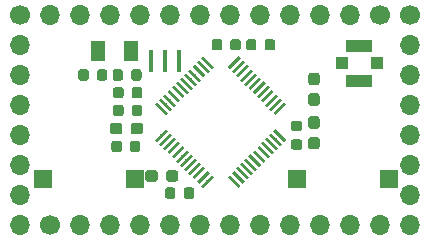
<source format=gbr>
G04 #@! TF.GenerationSoftware,KiCad,Pcbnew,5.0.0-rc2-unknown-a288d61~65~ubuntu18.04.1*
G04 #@! TF.CreationDate,2018-06-25T10:32:51+02:00*
G04 #@! TF.ProjectId,STM32_Sensor_V4,53544D33325F53656E736F725F56342E,rev?*
G04 #@! TF.SameCoordinates,Original*
G04 #@! TF.FileFunction,Soldermask,Top*
G04 #@! TF.FilePolarity,Negative*
%FSLAX46Y46*%
G04 Gerber Fmt 4.6, Leading zero omitted, Abs format (unit mm)*
G04 Created by KiCad (PCBNEW 5.0.0-rc2-unknown-a288d61~65~ubuntu18.04.1) date Mon Jun 25 10:32:51 2018*
%MOMM*%
%LPD*%
G01*
G04 APERTURE LIST*
%ADD10O,1.700000X1.700000*%
%ADD11C,1.700000*%
%ADD12R,1.500000X1.500000*%
%ADD13C,0.100000*%
%ADD14C,0.875000*%
%ADD15C,0.950000*%
%ADD16C,0.250000*%
%ADD17R,1.300000X1.800000*%
%ADD18R,2.200000X1.050000*%
%ADD19R,1.000000X1.000000*%
%ADD20R,0.400000X1.900000*%
G04 APERTURE END LIST*
D10*
G04 #@! TO.C,J1*
X128160000Y-109470000D03*
X128160000Y-106930000D03*
X128160000Y-104390000D03*
X128160000Y-101850000D03*
X128160000Y-99310000D03*
X128160000Y-96770000D03*
X128160000Y-94230000D03*
D11*
X128160000Y-91690000D03*
G04 #@! TD*
D10*
G04 #@! TO.C,J4*
X161180000Y-109470000D03*
X161180000Y-106930000D03*
X161180000Y-104390000D03*
X161180000Y-101850000D03*
X161180000Y-99310000D03*
X161180000Y-96770000D03*
X161180000Y-94230000D03*
D11*
X161180000Y-91690000D03*
G04 #@! TD*
G04 #@! TO.C,J2*
X130700000Y-109470000D03*
D10*
X133240000Y-109470000D03*
X135780000Y-109470000D03*
X138320000Y-109470000D03*
X140860000Y-109470000D03*
X143400000Y-109470000D03*
X145940000Y-109470000D03*
X148480000Y-109470000D03*
X151020000Y-109470000D03*
X153560000Y-109470000D03*
X156100000Y-109470000D03*
X158640000Y-109470000D03*
G04 #@! TD*
D11*
G04 #@! TO.C,J3*
X158640000Y-91690000D03*
D10*
X156100000Y-91690000D03*
X153560000Y-91690000D03*
X151020000Y-91690000D03*
X148480000Y-91690000D03*
X145940000Y-91690000D03*
X143400000Y-91690000D03*
X140860000Y-91690000D03*
X138320000Y-91690000D03*
X135780000Y-91690000D03*
X133240000Y-91690000D03*
X130700000Y-91690000D03*
G04 #@! TD*
D12*
G04 #@! TO.C,SW1*
X137840000Y-105600000D03*
X130040000Y-105600000D03*
G04 #@! TD*
D13*
G04 #@! TO.C,C1*
G36*
X136552691Y-102326053D02*
X136573926Y-102329203D01*
X136594750Y-102334419D01*
X136614962Y-102341651D01*
X136634368Y-102350830D01*
X136652781Y-102361866D01*
X136670024Y-102374654D01*
X136685930Y-102389070D01*
X136700346Y-102404976D01*
X136713134Y-102422219D01*
X136724170Y-102440632D01*
X136733349Y-102460038D01*
X136740581Y-102480250D01*
X136745797Y-102501074D01*
X136748947Y-102522309D01*
X136750000Y-102543750D01*
X136750000Y-103056250D01*
X136748947Y-103077691D01*
X136745797Y-103098926D01*
X136740581Y-103119750D01*
X136733349Y-103139962D01*
X136724170Y-103159368D01*
X136713134Y-103177781D01*
X136700346Y-103195024D01*
X136685930Y-103210930D01*
X136670024Y-103225346D01*
X136652781Y-103238134D01*
X136634368Y-103249170D01*
X136614962Y-103258349D01*
X136594750Y-103265581D01*
X136573926Y-103270797D01*
X136552691Y-103273947D01*
X136531250Y-103275000D01*
X136093750Y-103275000D01*
X136072309Y-103273947D01*
X136051074Y-103270797D01*
X136030250Y-103265581D01*
X136010038Y-103258349D01*
X135990632Y-103249170D01*
X135972219Y-103238134D01*
X135954976Y-103225346D01*
X135939070Y-103210930D01*
X135924654Y-103195024D01*
X135911866Y-103177781D01*
X135900830Y-103159368D01*
X135891651Y-103139962D01*
X135884419Y-103119750D01*
X135879203Y-103098926D01*
X135876053Y-103077691D01*
X135875000Y-103056250D01*
X135875000Y-102543750D01*
X135876053Y-102522309D01*
X135879203Y-102501074D01*
X135884419Y-102480250D01*
X135891651Y-102460038D01*
X135900830Y-102440632D01*
X135911866Y-102422219D01*
X135924654Y-102404976D01*
X135939070Y-102389070D01*
X135954976Y-102374654D01*
X135972219Y-102361866D01*
X135990632Y-102350830D01*
X136010038Y-102341651D01*
X136030250Y-102334419D01*
X136051074Y-102329203D01*
X136072309Y-102326053D01*
X136093750Y-102325000D01*
X136531250Y-102325000D01*
X136552691Y-102326053D01*
X136552691Y-102326053D01*
G37*
D14*
X136312500Y-102800000D03*
D13*
G36*
X138127691Y-102326053D02*
X138148926Y-102329203D01*
X138169750Y-102334419D01*
X138189962Y-102341651D01*
X138209368Y-102350830D01*
X138227781Y-102361866D01*
X138245024Y-102374654D01*
X138260930Y-102389070D01*
X138275346Y-102404976D01*
X138288134Y-102422219D01*
X138299170Y-102440632D01*
X138308349Y-102460038D01*
X138315581Y-102480250D01*
X138320797Y-102501074D01*
X138323947Y-102522309D01*
X138325000Y-102543750D01*
X138325000Y-103056250D01*
X138323947Y-103077691D01*
X138320797Y-103098926D01*
X138315581Y-103119750D01*
X138308349Y-103139962D01*
X138299170Y-103159368D01*
X138288134Y-103177781D01*
X138275346Y-103195024D01*
X138260930Y-103210930D01*
X138245024Y-103225346D01*
X138227781Y-103238134D01*
X138209368Y-103249170D01*
X138189962Y-103258349D01*
X138169750Y-103265581D01*
X138148926Y-103270797D01*
X138127691Y-103273947D01*
X138106250Y-103275000D01*
X137668750Y-103275000D01*
X137647309Y-103273947D01*
X137626074Y-103270797D01*
X137605250Y-103265581D01*
X137585038Y-103258349D01*
X137565632Y-103249170D01*
X137547219Y-103238134D01*
X137529976Y-103225346D01*
X137514070Y-103210930D01*
X137499654Y-103195024D01*
X137486866Y-103177781D01*
X137475830Y-103159368D01*
X137466651Y-103139962D01*
X137459419Y-103119750D01*
X137454203Y-103098926D01*
X137451053Y-103077691D01*
X137450000Y-103056250D01*
X137450000Y-102543750D01*
X137451053Y-102522309D01*
X137454203Y-102501074D01*
X137459419Y-102480250D01*
X137466651Y-102460038D01*
X137475830Y-102440632D01*
X137486866Y-102422219D01*
X137499654Y-102404976D01*
X137514070Y-102389070D01*
X137529976Y-102374654D01*
X137547219Y-102361866D01*
X137565632Y-102350830D01*
X137585038Y-102341651D01*
X137605250Y-102334419D01*
X137626074Y-102329203D01*
X137647309Y-102326053D01*
X137668750Y-102325000D01*
X138106250Y-102325000D01*
X138127691Y-102326053D01*
X138127691Y-102326053D01*
G37*
D14*
X137887500Y-102800000D03*
G04 #@! TD*
D13*
G04 #@! TO.C,C2*
G36*
X151827691Y-100626053D02*
X151848926Y-100629203D01*
X151869750Y-100634419D01*
X151889962Y-100641651D01*
X151909368Y-100650830D01*
X151927781Y-100661866D01*
X151945024Y-100674654D01*
X151960930Y-100689070D01*
X151975346Y-100704976D01*
X151988134Y-100722219D01*
X151999170Y-100740632D01*
X152008349Y-100760038D01*
X152015581Y-100780250D01*
X152020797Y-100801074D01*
X152023947Y-100822309D01*
X152025000Y-100843750D01*
X152025000Y-101281250D01*
X152023947Y-101302691D01*
X152020797Y-101323926D01*
X152015581Y-101344750D01*
X152008349Y-101364962D01*
X151999170Y-101384368D01*
X151988134Y-101402781D01*
X151975346Y-101420024D01*
X151960930Y-101435930D01*
X151945024Y-101450346D01*
X151927781Y-101463134D01*
X151909368Y-101474170D01*
X151889962Y-101483349D01*
X151869750Y-101490581D01*
X151848926Y-101495797D01*
X151827691Y-101498947D01*
X151806250Y-101500000D01*
X151293750Y-101500000D01*
X151272309Y-101498947D01*
X151251074Y-101495797D01*
X151230250Y-101490581D01*
X151210038Y-101483349D01*
X151190632Y-101474170D01*
X151172219Y-101463134D01*
X151154976Y-101450346D01*
X151139070Y-101435930D01*
X151124654Y-101420024D01*
X151111866Y-101402781D01*
X151100830Y-101384368D01*
X151091651Y-101364962D01*
X151084419Y-101344750D01*
X151079203Y-101323926D01*
X151076053Y-101302691D01*
X151075000Y-101281250D01*
X151075000Y-100843750D01*
X151076053Y-100822309D01*
X151079203Y-100801074D01*
X151084419Y-100780250D01*
X151091651Y-100760038D01*
X151100830Y-100740632D01*
X151111866Y-100722219D01*
X151124654Y-100704976D01*
X151139070Y-100689070D01*
X151154976Y-100674654D01*
X151172219Y-100661866D01*
X151190632Y-100650830D01*
X151210038Y-100641651D01*
X151230250Y-100634419D01*
X151251074Y-100629203D01*
X151272309Y-100626053D01*
X151293750Y-100625000D01*
X151806250Y-100625000D01*
X151827691Y-100626053D01*
X151827691Y-100626053D01*
G37*
D14*
X151550000Y-101062500D03*
D13*
G36*
X151827691Y-102201053D02*
X151848926Y-102204203D01*
X151869750Y-102209419D01*
X151889962Y-102216651D01*
X151909368Y-102225830D01*
X151927781Y-102236866D01*
X151945024Y-102249654D01*
X151960930Y-102264070D01*
X151975346Y-102279976D01*
X151988134Y-102297219D01*
X151999170Y-102315632D01*
X152008349Y-102335038D01*
X152015581Y-102355250D01*
X152020797Y-102376074D01*
X152023947Y-102397309D01*
X152025000Y-102418750D01*
X152025000Y-102856250D01*
X152023947Y-102877691D01*
X152020797Y-102898926D01*
X152015581Y-102919750D01*
X152008349Y-102939962D01*
X151999170Y-102959368D01*
X151988134Y-102977781D01*
X151975346Y-102995024D01*
X151960930Y-103010930D01*
X151945024Y-103025346D01*
X151927781Y-103038134D01*
X151909368Y-103049170D01*
X151889962Y-103058349D01*
X151869750Y-103065581D01*
X151848926Y-103070797D01*
X151827691Y-103073947D01*
X151806250Y-103075000D01*
X151293750Y-103075000D01*
X151272309Y-103073947D01*
X151251074Y-103070797D01*
X151230250Y-103065581D01*
X151210038Y-103058349D01*
X151190632Y-103049170D01*
X151172219Y-103038134D01*
X151154976Y-103025346D01*
X151139070Y-103010930D01*
X151124654Y-102995024D01*
X151111866Y-102977781D01*
X151100830Y-102959368D01*
X151091651Y-102939962D01*
X151084419Y-102919750D01*
X151079203Y-102898926D01*
X151076053Y-102877691D01*
X151075000Y-102856250D01*
X151075000Y-102418750D01*
X151076053Y-102397309D01*
X151079203Y-102376074D01*
X151084419Y-102355250D01*
X151091651Y-102335038D01*
X151100830Y-102315632D01*
X151111866Y-102297219D01*
X151124654Y-102279976D01*
X151139070Y-102264070D01*
X151154976Y-102249654D01*
X151172219Y-102236866D01*
X151190632Y-102225830D01*
X151210038Y-102216651D01*
X151230250Y-102209419D01*
X151251074Y-102204203D01*
X151272309Y-102201053D01*
X151293750Y-102200000D01*
X151806250Y-102200000D01*
X151827691Y-102201053D01*
X151827691Y-102201053D01*
G37*
D14*
X151550000Y-102637500D03*
G04 #@! TD*
D13*
G04 #@! TO.C,C3*
G36*
X147952691Y-93726053D02*
X147973926Y-93729203D01*
X147994750Y-93734419D01*
X148014962Y-93741651D01*
X148034368Y-93750830D01*
X148052781Y-93761866D01*
X148070024Y-93774654D01*
X148085930Y-93789070D01*
X148100346Y-93804976D01*
X148113134Y-93822219D01*
X148124170Y-93840632D01*
X148133349Y-93860038D01*
X148140581Y-93880250D01*
X148145797Y-93901074D01*
X148148947Y-93922309D01*
X148150000Y-93943750D01*
X148150000Y-94456250D01*
X148148947Y-94477691D01*
X148145797Y-94498926D01*
X148140581Y-94519750D01*
X148133349Y-94539962D01*
X148124170Y-94559368D01*
X148113134Y-94577781D01*
X148100346Y-94595024D01*
X148085930Y-94610930D01*
X148070024Y-94625346D01*
X148052781Y-94638134D01*
X148034368Y-94649170D01*
X148014962Y-94658349D01*
X147994750Y-94665581D01*
X147973926Y-94670797D01*
X147952691Y-94673947D01*
X147931250Y-94675000D01*
X147493750Y-94675000D01*
X147472309Y-94673947D01*
X147451074Y-94670797D01*
X147430250Y-94665581D01*
X147410038Y-94658349D01*
X147390632Y-94649170D01*
X147372219Y-94638134D01*
X147354976Y-94625346D01*
X147339070Y-94610930D01*
X147324654Y-94595024D01*
X147311866Y-94577781D01*
X147300830Y-94559368D01*
X147291651Y-94539962D01*
X147284419Y-94519750D01*
X147279203Y-94498926D01*
X147276053Y-94477691D01*
X147275000Y-94456250D01*
X147275000Y-93943750D01*
X147276053Y-93922309D01*
X147279203Y-93901074D01*
X147284419Y-93880250D01*
X147291651Y-93860038D01*
X147300830Y-93840632D01*
X147311866Y-93822219D01*
X147324654Y-93804976D01*
X147339070Y-93789070D01*
X147354976Y-93774654D01*
X147372219Y-93761866D01*
X147390632Y-93750830D01*
X147410038Y-93741651D01*
X147430250Y-93734419D01*
X147451074Y-93729203D01*
X147472309Y-93726053D01*
X147493750Y-93725000D01*
X147931250Y-93725000D01*
X147952691Y-93726053D01*
X147952691Y-93726053D01*
G37*
D14*
X147712500Y-94200000D03*
D13*
G36*
X149527691Y-93726053D02*
X149548926Y-93729203D01*
X149569750Y-93734419D01*
X149589962Y-93741651D01*
X149609368Y-93750830D01*
X149627781Y-93761866D01*
X149645024Y-93774654D01*
X149660930Y-93789070D01*
X149675346Y-93804976D01*
X149688134Y-93822219D01*
X149699170Y-93840632D01*
X149708349Y-93860038D01*
X149715581Y-93880250D01*
X149720797Y-93901074D01*
X149723947Y-93922309D01*
X149725000Y-93943750D01*
X149725000Y-94456250D01*
X149723947Y-94477691D01*
X149720797Y-94498926D01*
X149715581Y-94519750D01*
X149708349Y-94539962D01*
X149699170Y-94559368D01*
X149688134Y-94577781D01*
X149675346Y-94595024D01*
X149660930Y-94610930D01*
X149645024Y-94625346D01*
X149627781Y-94638134D01*
X149609368Y-94649170D01*
X149589962Y-94658349D01*
X149569750Y-94665581D01*
X149548926Y-94670797D01*
X149527691Y-94673947D01*
X149506250Y-94675000D01*
X149068750Y-94675000D01*
X149047309Y-94673947D01*
X149026074Y-94670797D01*
X149005250Y-94665581D01*
X148985038Y-94658349D01*
X148965632Y-94649170D01*
X148947219Y-94638134D01*
X148929976Y-94625346D01*
X148914070Y-94610930D01*
X148899654Y-94595024D01*
X148886866Y-94577781D01*
X148875830Y-94559368D01*
X148866651Y-94539962D01*
X148859419Y-94519750D01*
X148854203Y-94498926D01*
X148851053Y-94477691D01*
X148850000Y-94456250D01*
X148850000Y-93943750D01*
X148851053Y-93922309D01*
X148854203Y-93901074D01*
X148859419Y-93880250D01*
X148866651Y-93860038D01*
X148875830Y-93840632D01*
X148886866Y-93822219D01*
X148899654Y-93804976D01*
X148914070Y-93789070D01*
X148929976Y-93774654D01*
X148947219Y-93761866D01*
X148965632Y-93750830D01*
X148985038Y-93741651D01*
X149005250Y-93734419D01*
X149026074Y-93729203D01*
X149047309Y-93726053D01*
X149068750Y-93725000D01*
X149506250Y-93725000D01*
X149527691Y-93726053D01*
X149527691Y-93726053D01*
G37*
D14*
X149287500Y-94200000D03*
G04 #@! TD*
D13*
G04 #@! TO.C,C4*
G36*
X141102691Y-106276053D02*
X141123926Y-106279203D01*
X141144750Y-106284419D01*
X141164962Y-106291651D01*
X141184368Y-106300830D01*
X141202781Y-106311866D01*
X141220024Y-106324654D01*
X141235930Y-106339070D01*
X141250346Y-106354976D01*
X141263134Y-106372219D01*
X141274170Y-106390632D01*
X141283349Y-106410038D01*
X141290581Y-106430250D01*
X141295797Y-106451074D01*
X141298947Y-106472309D01*
X141300000Y-106493750D01*
X141300000Y-107006250D01*
X141298947Y-107027691D01*
X141295797Y-107048926D01*
X141290581Y-107069750D01*
X141283349Y-107089962D01*
X141274170Y-107109368D01*
X141263134Y-107127781D01*
X141250346Y-107145024D01*
X141235930Y-107160930D01*
X141220024Y-107175346D01*
X141202781Y-107188134D01*
X141184368Y-107199170D01*
X141164962Y-107208349D01*
X141144750Y-107215581D01*
X141123926Y-107220797D01*
X141102691Y-107223947D01*
X141081250Y-107225000D01*
X140643750Y-107225000D01*
X140622309Y-107223947D01*
X140601074Y-107220797D01*
X140580250Y-107215581D01*
X140560038Y-107208349D01*
X140540632Y-107199170D01*
X140522219Y-107188134D01*
X140504976Y-107175346D01*
X140489070Y-107160930D01*
X140474654Y-107145024D01*
X140461866Y-107127781D01*
X140450830Y-107109368D01*
X140441651Y-107089962D01*
X140434419Y-107069750D01*
X140429203Y-107048926D01*
X140426053Y-107027691D01*
X140425000Y-107006250D01*
X140425000Y-106493750D01*
X140426053Y-106472309D01*
X140429203Y-106451074D01*
X140434419Y-106430250D01*
X140441651Y-106410038D01*
X140450830Y-106390632D01*
X140461866Y-106372219D01*
X140474654Y-106354976D01*
X140489070Y-106339070D01*
X140504976Y-106324654D01*
X140522219Y-106311866D01*
X140540632Y-106300830D01*
X140560038Y-106291651D01*
X140580250Y-106284419D01*
X140601074Y-106279203D01*
X140622309Y-106276053D01*
X140643750Y-106275000D01*
X141081250Y-106275000D01*
X141102691Y-106276053D01*
X141102691Y-106276053D01*
G37*
D14*
X140862500Y-106750000D03*
D13*
G36*
X142677691Y-106276053D02*
X142698926Y-106279203D01*
X142719750Y-106284419D01*
X142739962Y-106291651D01*
X142759368Y-106300830D01*
X142777781Y-106311866D01*
X142795024Y-106324654D01*
X142810930Y-106339070D01*
X142825346Y-106354976D01*
X142838134Y-106372219D01*
X142849170Y-106390632D01*
X142858349Y-106410038D01*
X142865581Y-106430250D01*
X142870797Y-106451074D01*
X142873947Y-106472309D01*
X142875000Y-106493750D01*
X142875000Y-107006250D01*
X142873947Y-107027691D01*
X142870797Y-107048926D01*
X142865581Y-107069750D01*
X142858349Y-107089962D01*
X142849170Y-107109368D01*
X142838134Y-107127781D01*
X142825346Y-107145024D01*
X142810930Y-107160930D01*
X142795024Y-107175346D01*
X142777781Y-107188134D01*
X142759368Y-107199170D01*
X142739962Y-107208349D01*
X142719750Y-107215581D01*
X142698926Y-107220797D01*
X142677691Y-107223947D01*
X142656250Y-107225000D01*
X142218750Y-107225000D01*
X142197309Y-107223947D01*
X142176074Y-107220797D01*
X142155250Y-107215581D01*
X142135038Y-107208349D01*
X142115632Y-107199170D01*
X142097219Y-107188134D01*
X142079976Y-107175346D01*
X142064070Y-107160930D01*
X142049654Y-107145024D01*
X142036866Y-107127781D01*
X142025830Y-107109368D01*
X142016651Y-107089962D01*
X142009419Y-107069750D01*
X142004203Y-107048926D01*
X142001053Y-107027691D01*
X142000000Y-107006250D01*
X142000000Y-106493750D01*
X142001053Y-106472309D01*
X142004203Y-106451074D01*
X142009419Y-106430250D01*
X142016651Y-106410038D01*
X142025830Y-106390632D01*
X142036866Y-106372219D01*
X142049654Y-106354976D01*
X142064070Y-106339070D01*
X142079976Y-106324654D01*
X142097219Y-106311866D01*
X142115632Y-106300830D01*
X142135038Y-106291651D01*
X142155250Y-106284419D01*
X142176074Y-106279203D01*
X142197309Y-106276053D01*
X142218750Y-106275000D01*
X142656250Y-106275000D01*
X142677691Y-106276053D01*
X142677691Y-106276053D01*
G37*
D14*
X142437500Y-106750000D03*
G04 #@! TD*
D13*
G04 #@! TO.C,C5*
G36*
X138277691Y-99276053D02*
X138298926Y-99279203D01*
X138319750Y-99284419D01*
X138339962Y-99291651D01*
X138359368Y-99300830D01*
X138377781Y-99311866D01*
X138395024Y-99324654D01*
X138410930Y-99339070D01*
X138425346Y-99354976D01*
X138438134Y-99372219D01*
X138449170Y-99390632D01*
X138458349Y-99410038D01*
X138465581Y-99430250D01*
X138470797Y-99451074D01*
X138473947Y-99472309D01*
X138475000Y-99493750D01*
X138475000Y-100006250D01*
X138473947Y-100027691D01*
X138470797Y-100048926D01*
X138465581Y-100069750D01*
X138458349Y-100089962D01*
X138449170Y-100109368D01*
X138438134Y-100127781D01*
X138425346Y-100145024D01*
X138410930Y-100160930D01*
X138395024Y-100175346D01*
X138377781Y-100188134D01*
X138359368Y-100199170D01*
X138339962Y-100208349D01*
X138319750Y-100215581D01*
X138298926Y-100220797D01*
X138277691Y-100223947D01*
X138256250Y-100225000D01*
X137818750Y-100225000D01*
X137797309Y-100223947D01*
X137776074Y-100220797D01*
X137755250Y-100215581D01*
X137735038Y-100208349D01*
X137715632Y-100199170D01*
X137697219Y-100188134D01*
X137679976Y-100175346D01*
X137664070Y-100160930D01*
X137649654Y-100145024D01*
X137636866Y-100127781D01*
X137625830Y-100109368D01*
X137616651Y-100089962D01*
X137609419Y-100069750D01*
X137604203Y-100048926D01*
X137601053Y-100027691D01*
X137600000Y-100006250D01*
X137600000Y-99493750D01*
X137601053Y-99472309D01*
X137604203Y-99451074D01*
X137609419Y-99430250D01*
X137616651Y-99410038D01*
X137625830Y-99390632D01*
X137636866Y-99372219D01*
X137649654Y-99354976D01*
X137664070Y-99339070D01*
X137679976Y-99324654D01*
X137697219Y-99311866D01*
X137715632Y-99300830D01*
X137735038Y-99291651D01*
X137755250Y-99284419D01*
X137776074Y-99279203D01*
X137797309Y-99276053D01*
X137818750Y-99275000D01*
X138256250Y-99275000D01*
X138277691Y-99276053D01*
X138277691Y-99276053D01*
G37*
D14*
X138037500Y-99750000D03*
D13*
G36*
X136702691Y-99276053D02*
X136723926Y-99279203D01*
X136744750Y-99284419D01*
X136764962Y-99291651D01*
X136784368Y-99300830D01*
X136802781Y-99311866D01*
X136820024Y-99324654D01*
X136835930Y-99339070D01*
X136850346Y-99354976D01*
X136863134Y-99372219D01*
X136874170Y-99390632D01*
X136883349Y-99410038D01*
X136890581Y-99430250D01*
X136895797Y-99451074D01*
X136898947Y-99472309D01*
X136900000Y-99493750D01*
X136900000Y-100006250D01*
X136898947Y-100027691D01*
X136895797Y-100048926D01*
X136890581Y-100069750D01*
X136883349Y-100089962D01*
X136874170Y-100109368D01*
X136863134Y-100127781D01*
X136850346Y-100145024D01*
X136835930Y-100160930D01*
X136820024Y-100175346D01*
X136802781Y-100188134D01*
X136784368Y-100199170D01*
X136764962Y-100208349D01*
X136744750Y-100215581D01*
X136723926Y-100220797D01*
X136702691Y-100223947D01*
X136681250Y-100225000D01*
X136243750Y-100225000D01*
X136222309Y-100223947D01*
X136201074Y-100220797D01*
X136180250Y-100215581D01*
X136160038Y-100208349D01*
X136140632Y-100199170D01*
X136122219Y-100188134D01*
X136104976Y-100175346D01*
X136089070Y-100160930D01*
X136074654Y-100145024D01*
X136061866Y-100127781D01*
X136050830Y-100109368D01*
X136041651Y-100089962D01*
X136034419Y-100069750D01*
X136029203Y-100048926D01*
X136026053Y-100027691D01*
X136025000Y-100006250D01*
X136025000Y-99493750D01*
X136026053Y-99472309D01*
X136029203Y-99451074D01*
X136034419Y-99430250D01*
X136041651Y-99410038D01*
X136050830Y-99390632D01*
X136061866Y-99372219D01*
X136074654Y-99354976D01*
X136089070Y-99339070D01*
X136104976Y-99324654D01*
X136122219Y-99311866D01*
X136140632Y-99300830D01*
X136160038Y-99291651D01*
X136180250Y-99284419D01*
X136201074Y-99279203D01*
X136222309Y-99276053D01*
X136243750Y-99275000D01*
X136681250Y-99275000D01*
X136702691Y-99276053D01*
X136702691Y-99276053D01*
G37*
D14*
X136462500Y-99750000D03*
G04 #@! TD*
D13*
G04 #@! TO.C,C6*
G36*
X138277691Y-97776053D02*
X138298926Y-97779203D01*
X138319750Y-97784419D01*
X138339962Y-97791651D01*
X138359368Y-97800830D01*
X138377781Y-97811866D01*
X138395024Y-97824654D01*
X138410930Y-97839070D01*
X138425346Y-97854976D01*
X138438134Y-97872219D01*
X138449170Y-97890632D01*
X138458349Y-97910038D01*
X138465581Y-97930250D01*
X138470797Y-97951074D01*
X138473947Y-97972309D01*
X138475000Y-97993750D01*
X138475000Y-98506250D01*
X138473947Y-98527691D01*
X138470797Y-98548926D01*
X138465581Y-98569750D01*
X138458349Y-98589962D01*
X138449170Y-98609368D01*
X138438134Y-98627781D01*
X138425346Y-98645024D01*
X138410930Y-98660930D01*
X138395024Y-98675346D01*
X138377781Y-98688134D01*
X138359368Y-98699170D01*
X138339962Y-98708349D01*
X138319750Y-98715581D01*
X138298926Y-98720797D01*
X138277691Y-98723947D01*
X138256250Y-98725000D01*
X137818750Y-98725000D01*
X137797309Y-98723947D01*
X137776074Y-98720797D01*
X137755250Y-98715581D01*
X137735038Y-98708349D01*
X137715632Y-98699170D01*
X137697219Y-98688134D01*
X137679976Y-98675346D01*
X137664070Y-98660930D01*
X137649654Y-98645024D01*
X137636866Y-98627781D01*
X137625830Y-98609368D01*
X137616651Y-98589962D01*
X137609419Y-98569750D01*
X137604203Y-98548926D01*
X137601053Y-98527691D01*
X137600000Y-98506250D01*
X137600000Y-97993750D01*
X137601053Y-97972309D01*
X137604203Y-97951074D01*
X137609419Y-97930250D01*
X137616651Y-97910038D01*
X137625830Y-97890632D01*
X137636866Y-97872219D01*
X137649654Y-97854976D01*
X137664070Y-97839070D01*
X137679976Y-97824654D01*
X137697219Y-97811866D01*
X137715632Y-97800830D01*
X137735038Y-97791651D01*
X137755250Y-97784419D01*
X137776074Y-97779203D01*
X137797309Y-97776053D01*
X137818750Y-97775000D01*
X138256250Y-97775000D01*
X138277691Y-97776053D01*
X138277691Y-97776053D01*
G37*
D14*
X138037500Y-98250000D03*
D13*
G36*
X136702691Y-97776053D02*
X136723926Y-97779203D01*
X136744750Y-97784419D01*
X136764962Y-97791651D01*
X136784368Y-97800830D01*
X136802781Y-97811866D01*
X136820024Y-97824654D01*
X136835930Y-97839070D01*
X136850346Y-97854976D01*
X136863134Y-97872219D01*
X136874170Y-97890632D01*
X136883349Y-97910038D01*
X136890581Y-97930250D01*
X136895797Y-97951074D01*
X136898947Y-97972309D01*
X136900000Y-97993750D01*
X136900000Y-98506250D01*
X136898947Y-98527691D01*
X136895797Y-98548926D01*
X136890581Y-98569750D01*
X136883349Y-98589962D01*
X136874170Y-98609368D01*
X136863134Y-98627781D01*
X136850346Y-98645024D01*
X136835930Y-98660930D01*
X136820024Y-98675346D01*
X136802781Y-98688134D01*
X136784368Y-98699170D01*
X136764962Y-98708349D01*
X136744750Y-98715581D01*
X136723926Y-98720797D01*
X136702691Y-98723947D01*
X136681250Y-98725000D01*
X136243750Y-98725000D01*
X136222309Y-98723947D01*
X136201074Y-98720797D01*
X136180250Y-98715581D01*
X136160038Y-98708349D01*
X136140632Y-98699170D01*
X136122219Y-98688134D01*
X136104976Y-98675346D01*
X136089070Y-98660930D01*
X136074654Y-98645024D01*
X136061866Y-98627781D01*
X136050830Y-98609368D01*
X136041651Y-98589962D01*
X136034419Y-98569750D01*
X136029203Y-98548926D01*
X136026053Y-98527691D01*
X136025000Y-98506250D01*
X136025000Y-97993750D01*
X136026053Y-97972309D01*
X136029203Y-97951074D01*
X136034419Y-97930250D01*
X136041651Y-97910038D01*
X136050830Y-97890632D01*
X136061866Y-97872219D01*
X136074654Y-97854976D01*
X136089070Y-97839070D01*
X136104976Y-97824654D01*
X136122219Y-97811866D01*
X136140632Y-97800830D01*
X136160038Y-97791651D01*
X136180250Y-97784419D01*
X136201074Y-97779203D01*
X136222309Y-97776053D01*
X136243750Y-97775000D01*
X136681250Y-97775000D01*
X136702691Y-97776053D01*
X136702691Y-97776053D01*
G37*
D14*
X136462500Y-98250000D03*
G04 #@! TD*
D13*
G04 #@! TO.C,C7*
G36*
X145052691Y-93726053D02*
X145073926Y-93729203D01*
X145094750Y-93734419D01*
X145114962Y-93741651D01*
X145134368Y-93750830D01*
X145152781Y-93761866D01*
X145170024Y-93774654D01*
X145185930Y-93789070D01*
X145200346Y-93804976D01*
X145213134Y-93822219D01*
X145224170Y-93840632D01*
X145233349Y-93860038D01*
X145240581Y-93880250D01*
X145245797Y-93901074D01*
X145248947Y-93922309D01*
X145250000Y-93943750D01*
X145250000Y-94456250D01*
X145248947Y-94477691D01*
X145245797Y-94498926D01*
X145240581Y-94519750D01*
X145233349Y-94539962D01*
X145224170Y-94559368D01*
X145213134Y-94577781D01*
X145200346Y-94595024D01*
X145185930Y-94610930D01*
X145170024Y-94625346D01*
X145152781Y-94638134D01*
X145134368Y-94649170D01*
X145114962Y-94658349D01*
X145094750Y-94665581D01*
X145073926Y-94670797D01*
X145052691Y-94673947D01*
X145031250Y-94675000D01*
X144593750Y-94675000D01*
X144572309Y-94673947D01*
X144551074Y-94670797D01*
X144530250Y-94665581D01*
X144510038Y-94658349D01*
X144490632Y-94649170D01*
X144472219Y-94638134D01*
X144454976Y-94625346D01*
X144439070Y-94610930D01*
X144424654Y-94595024D01*
X144411866Y-94577781D01*
X144400830Y-94559368D01*
X144391651Y-94539962D01*
X144384419Y-94519750D01*
X144379203Y-94498926D01*
X144376053Y-94477691D01*
X144375000Y-94456250D01*
X144375000Y-93943750D01*
X144376053Y-93922309D01*
X144379203Y-93901074D01*
X144384419Y-93880250D01*
X144391651Y-93860038D01*
X144400830Y-93840632D01*
X144411866Y-93822219D01*
X144424654Y-93804976D01*
X144439070Y-93789070D01*
X144454976Y-93774654D01*
X144472219Y-93761866D01*
X144490632Y-93750830D01*
X144510038Y-93741651D01*
X144530250Y-93734419D01*
X144551074Y-93729203D01*
X144572309Y-93726053D01*
X144593750Y-93725000D01*
X145031250Y-93725000D01*
X145052691Y-93726053D01*
X145052691Y-93726053D01*
G37*
D14*
X144812500Y-94200000D03*
D13*
G36*
X146627691Y-93726053D02*
X146648926Y-93729203D01*
X146669750Y-93734419D01*
X146689962Y-93741651D01*
X146709368Y-93750830D01*
X146727781Y-93761866D01*
X146745024Y-93774654D01*
X146760930Y-93789070D01*
X146775346Y-93804976D01*
X146788134Y-93822219D01*
X146799170Y-93840632D01*
X146808349Y-93860038D01*
X146815581Y-93880250D01*
X146820797Y-93901074D01*
X146823947Y-93922309D01*
X146825000Y-93943750D01*
X146825000Y-94456250D01*
X146823947Y-94477691D01*
X146820797Y-94498926D01*
X146815581Y-94519750D01*
X146808349Y-94539962D01*
X146799170Y-94559368D01*
X146788134Y-94577781D01*
X146775346Y-94595024D01*
X146760930Y-94610930D01*
X146745024Y-94625346D01*
X146727781Y-94638134D01*
X146709368Y-94649170D01*
X146689962Y-94658349D01*
X146669750Y-94665581D01*
X146648926Y-94670797D01*
X146627691Y-94673947D01*
X146606250Y-94675000D01*
X146168750Y-94675000D01*
X146147309Y-94673947D01*
X146126074Y-94670797D01*
X146105250Y-94665581D01*
X146085038Y-94658349D01*
X146065632Y-94649170D01*
X146047219Y-94638134D01*
X146029976Y-94625346D01*
X146014070Y-94610930D01*
X145999654Y-94595024D01*
X145986866Y-94577781D01*
X145975830Y-94559368D01*
X145966651Y-94539962D01*
X145959419Y-94519750D01*
X145954203Y-94498926D01*
X145951053Y-94477691D01*
X145950000Y-94456250D01*
X145950000Y-93943750D01*
X145951053Y-93922309D01*
X145954203Y-93901074D01*
X145959419Y-93880250D01*
X145966651Y-93860038D01*
X145975830Y-93840632D01*
X145986866Y-93822219D01*
X145999654Y-93804976D01*
X146014070Y-93789070D01*
X146029976Y-93774654D01*
X146047219Y-93761866D01*
X146065632Y-93750830D01*
X146085038Y-93741651D01*
X146105250Y-93734419D01*
X146126074Y-93729203D01*
X146147309Y-93726053D01*
X146168750Y-93725000D01*
X146606250Y-93725000D01*
X146627691Y-93726053D01*
X146627691Y-93726053D01*
G37*
D14*
X146387500Y-94200000D03*
G04 #@! TD*
D13*
G04 #@! TO.C,C8*
G36*
X133752691Y-96276053D02*
X133773926Y-96279203D01*
X133794750Y-96284419D01*
X133814962Y-96291651D01*
X133834368Y-96300830D01*
X133852781Y-96311866D01*
X133870024Y-96324654D01*
X133885930Y-96339070D01*
X133900346Y-96354976D01*
X133913134Y-96372219D01*
X133924170Y-96390632D01*
X133933349Y-96410038D01*
X133940581Y-96430250D01*
X133945797Y-96451074D01*
X133948947Y-96472309D01*
X133950000Y-96493750D01*
X133950000Y-97006250D01*
X133948947Y-97027691D01*
X133945797Y-97048926D01*
X133940581Y-97069750D01*
X133933349Y-97089962D01*
X133924170Y-97109368D01*
X133913134Y-97127781D01*
X133900346Y-97145024D01*
X133885930Y-97160930D01*
X133870024Y-97175346D01*
X133852781Y-97188134D01*
X133834368Y-97199170D01*
X133814962Y-97208349D01*
X133794750Y-97215581D01*
X133773926Y-97220797D01*
X133752691Y-97223947D01*
X133731250Y-97225000D01*
X133293750Y-97225000D01*
X133272309Y-97223947D01*
X133251074Y-97220797D01*
X133230250Y-97215581D01*
X133210038Y-97208349D01*
X133190632Y-97199170D01*
X133172219Y-97188134D01*
X133154976Y-97175346D01*
X133139070Y-97160930D01*
X133124654Y-97145024D01*
X133111866Y-97127781D01*
X133100830Y-97109368D01*
X133091651Y-97089962D01*
X133084419Y-97069750D01*
X133079203Y-97048926D01*
X133076053Y-97027691D01*
X133075000Y-97006250D01*
X133075000Y-96493750D01*
X133076053Y-96472309D01*
X133079203Y-96451074D01*
X133084419Y-96430250D01*
X133091651Y-96410038D01*
X133100830Y-96390632D01*
X133111866Y-96372219D01*
X133124654Y-96354976D01*
X133139070Y-96339070D01*
X133154976Y-96324654D01*
X133172219Y-96311866D01*
X133190632Y-96300830D01*
X133210038Y-96291651D01*
X133230250Y-96284419D01*
X133251074Y-96279203D01*
X133272309Y-96276053D01*
X133293750Y-96275000D01*
X133731250Y-96275000D01*
X133752691Y-96276053D01*
X133752691Y-96276053D01*
G37*
D14*
X133512500Y-96750000D03*
D13*
G36*
X135327691Y-96276053D02*
X135348926Y-96279203D01*
X135369750Y-96284419D01*
X135389962Y-96291651D01*
X135409368Y-96300830D01*
X135427781Y-96311866D01*
X135445024Y-96324654D01*
X135460930Y-96339070D01*
X135475346Y-96354976D01*
X135488134Y-96372219D01*
X135499170Y-96390632D01*
X135508349Y-96410038D01*
X135515581Y-96430250D01*
X135520797Y-96451074D01*
X135523947Y-96472309D01*
X135525000Y-96493750D01*
X135525000Y-97006250D01*
X135523947Y-97027691D01*
X135520797Y-97048926D01*
X135515581Y-97069750D01*
X135508349Y-97089962D01*
X135499170Y-97109368D01*
X135488134Y-97127781D01*
X135475346Y-97145024D01*
X135460930Y-97160930D01*
X135445024Y-97175346D01*
X135427781Y-97188134D01*
X135409368Y-97199170D01*
X135389962Y-97208349D01*
X135369750Y-97215581D01*
X135348926Y-97220797D01*
X135327691Y-97223947D01*
X135306250Y-97225000D01*
X134868750Y-97225000D01*
X134847309Y-97223947D01*
X134826074Y-97220797D01*
X134805250Y-97215581D01*
X134785038Y-97208349D01*
X134765632Y-97199170D01*
X134747219Y-97188134D01*
X134729976Y-97175346D01*
X134714070Y-97160930D01*
X134699654Y-97145024D01*
X134686866Y-97127781D01*
X134675830Y-97109368D01*
X134666651Y-97089962D01*
X134659419Y-97069750D01*
X134654203Y-97048926D01*
X134651053Y-97027691D01*
X134650000Y-97006250D01*
X134650000Y-96493750D01*
X134651053Y-96472309D01*
X134654203Y-96451074D01*
X134659419Y-96430250D01*
X134666651Y-96410038D01*
X134675830Y-96390632D01*
X134686866Y-96372219D01*
X134699654Y-96354976D01*
X134714070Y-96339070D01*
X134729976Y-96324654D01*
X134747219Y-96311866D01*
X134765632Y-96300830D01*
X134785038Y-96291651D01*
X134805250Y-96284419D01*
X134826074Y-96279203D01*
X134847309Y-96276053D01*
X134868750Y-96275000D01*
X135306250Y-96275000D01*
X135327691Y-96276053D01*
X135327691Y-96276053D01*
G37*
D14*
X135087500Y-96750000D03*
G04 #@! TD*
D13*
G04 #@! TO.C,C9*
G36*
X136652691Y-96276053D02*
X136673926Y-96279203D01*
X136694750Y-96284419D01*
X136714962Y-96291651D01*
X136734368Y-96300830D01*
X136752781Y-96311866D01*
X136770024Y-96324654D01*
X136785930Y-96339070D01*
X136800346Y-96354976D01*
X136813134Y-96372219D01*
X136824170Y-96390632D01*
X136833349Y-96410038D01*
X136840581Y-96430250D01*
X136845797Y-96451074D01*
X136848947Y-96472309D01*
X136850000Y-96493750D01*
X136850000Y-97006250D01*
X136848947Y-97027691D01*
X136845797Y-97048926D01*
X136840581Y-97069750D01*
X136833349Y-97089962D01*
X136824170Y-97109368D01*
X136813134Y-97127781D01*
X136800346Y-97145024D01*
X136785930Y-97160930D01*
X136770024Y-97175346D01*
X136752781Y-97188134D01*
X136734368Y-97199170D01*
X136714962Y-97208349D01*
X136694750Y-97215581D01*
X136673926Y-97220797D01*
X136652691Y-97223947D01*
X136631250Y-97225000D01*
X136193750Y-97225000D01*
X136172309Y-97223947D01*
X136151074Y-97220797D01*
X136130250Y-97215581D01*
X136110038Y-97208349D01*
X136090632Y-97199170D01*
X136072219Y-97188134D01*
X136054976Y-97175346D01*
X136039070Y-97160930D01*
X136024654Y-97145024D01*
X136011866Y-97127781D01*
X136000830Y-97109368D01*
X135991651Y-97089962D01*
X135984419Y-97069750D01*
X135979203Y-97048926D01*
X135976053Y-97027691D01*
X135975000Y-97006250D01*
X135975000Y-96493750D01*
X135976053Y-96472309D01*
X135979203Y-96451074D01*
X135984419Y-96430250D01*
X135991651Y-96410038D01*
X136000830Y-96390632D01*
X136011866Y-96372219D01*
X136024654Y-96354976D01*
X136039070Y-96339070D01*
X136054976Y-96324654D01*
X136072219Y-96311866D01*
X136090632Y-96300830D01*
X136110038Y-96291651D01*
X136130250Y-96284419D01*
X136151074Y-96279203D01*
X136172309Y-96276053D01*
X136193750Y-96275000D01*
X136631250Y-96275000D01*
X136652691Y-96276053D01*
X136652691Y-96276053D01*
G37*
D14*
X136412500Y-96750000D03*
D13*
G36*
X138227691Y-96276053D02*
X138248926Y-96279203D01*
X138269750Y-96284419D01*
X138289962Y-96291651D01*
X138309368Y-96300830D01*
X138327781Y-96311866D01*
X138345024Y-96324654D01*
X138360930Y-96339070D01*
X138375346Y-96354976D01*
X138388134Y-96372219D01*
X138399170Y-96390632D01*
X138408349Y-96410038D01*
X138415581Y-96430250D01*
X138420797Y-96451074D01*
X138423947Y-96472309D01*
X138425000Y-96493750D01*
X138425000Y-97006250D01*
X138423947Y-97027691D01*
X138420797Y-97048926D01*
X138415581Y-97069750D01*
X138408349Y-97089962D01*
X138399170Y-97109368D01*
X138388134Y-97127781D01*
X138375346Y-97145024D01*
X138360930Y-97160930D01*
X138345024Y-97175346D01*
X138327781Y-97188134D01*
X138309368Y-97199170D01*
X138289962Y-97208349D01*
X138269750Y-97215581D01*
X138248926Y-97220797D01*
X138227691Y-97223947D01*
X138206250Y-97225000D01*
X137768750Y-97225000D01*
X137747309Y-97223947D01*
X137726074Y-97220797D01*
X137705250Y-97215581D01*
X137685038Y-97208349D01*
X137665632Y-97199170D01*
X137647219Y-97188134D01*
X137629976Y-97175346D01*
X137614070Y-97160930D01*
X137599654Y-97145024D01*
X137586866Y-97127781D01*
X137575830Y-97109368D01*
X137566651Y-97089962D01*
X137559419Y-97069750D01*
X137554203Y-97048926D01*
X137551053Y-97027691D01*
X137550000Y-97006250D01*
X137550000Y-96493750D01*
X137551053Y-96472309D01*
X137554203Y-96451074D01*
X137559419Y-96430250D01*
X137566651Y-96410038D01*
X137575830Y-96390632D01*
X137586866Y-96372219D01*
X137599654Y-96354976D01*
X137614070Y-96339070D01*
X137629976Y-96324654D01*
X137647219Y-96311866D01*
X137665632Y-96300830D01*
X137685038Y-96291651D01*
X137705250Y-96284419D01*
X137726074Y-96279203D01*
X137747309Y-96276053D01*
X137768750Y-96275000D01*
X138206250Y-96275000D01*
X138227691Y-96276053D01*
X138227691Y-96276053D01*
G37*
D14*
X137987500Y-96750000D03*
G04 #@! TD*
D13*
G04 #@! TO.C,R1*
G36*
X138335779Y-100826144D02*
X138358834Y-100829563D01*
X138381443Y-100835227D01*
X138403387Y-100843079D01*
X138424457Y-100853044D01*
X138444448Y-100865026D01*
X138463168Y-100878910D01*
X138480438Y-100894562D01*
X138496090Y-100911832D01*
X138509974Y-100930552D01*
X138521956Y-100950543D01*
X138531921Y-100971613D01*
X138539773Y-100993557D01*
X138545437Y-101016166D01*
X138548856Y-101039221D01*
X138550000Y-101062500D01*
X138550000Y-101537500D01*
X138548856Y-101560779D01*
X138545437Y-101583834D01*
X138539773Y-101606443D01*
X138531921Y-101628387D01*
X138521956Y-101649457D01*
X138509974Y-101669448D01*
X138496090Y-101688168D01*
X138480438Y-101705438D01*
X138463168Y-101721090D01*
X138444448Y-101734974D01*
X138424457Y-101746956D01*
X138403387Y-101756921D01*
X138381443Y-101764773D01*
X138358834Y-101770437D01*
X138335779Y-101773856D01*
X138312500Y-101775000D01*
X137737500Y-101775000D01*
X137714221Y-101773856D01*
X137691166Y-101770437D01*
X137668557Y-101764773D01*
X137646613Y-101756921D01*
X137625543Y-101746956D01*
X137605552Y-101734974D01*
X137586832Y-101721090D01*
X137569562Y-101705438D01*
X137553910Y-101688168D01*
X137540026Y-101669448D01*
X137528044Y-101649457D01*
X137518079Y-101628387D01*
X137510227Y-101606443D01*
X137504563Y-101583834D01*
X137501144Y-101560779D01*
X137500000Y-101537500D01*
X137500000Y-101062500D01*
X137501144Y-101039221D01*
X137504563Y-101016166D01*
X137510227Y-100993557D01*
X137518079Y-100971613D01*
X137528044Y-100950543D01*
X137540026Y-100930552D01*
X137553910Y-100911832D01*
X137569562Y-100894562D01*
X137586832Y-100878910D01*
X137605552Y-100865026D01*
X137625543Y-100853044D01*
X137646613Y-100843079D01*
X137668557Y-100835227D01*
X137691166Y-100829563D01*
X137714221Y-100826144D01*
X137737500Y-100825000D01*
X138312500Y-100825000D01*
X138335779Y-100826144D01*
X138335779Y-100826144D01*
G37*
D15*
X138025000Y-101300000D03*
D13*
G36*
X136585779Y-100826144D02*
X136608834Y-100829563D01*
X136631443Y-100835227D01*
X136653387Y-100843079D01*
X136674457Y-100853044D01*
X136694448Y-100865026D01*
X136713168Y-100878910D01*
X136730438Y-100894562D01*
X136746090Y-100911832D01*
X136759974Y-100930552D01*
X136771956Y-100950543D01*
X136781921Y-100971613D01*
X136789773Y-100993557D01*
X136795437Y-101016166D01*
X136798856Y-101039221D01*
X136800000Y-101062500D01*
X136800000Y-101537500D01*
X136798856Y-101560779D01*
X136795437Y-101583834D01*
X136789773Y-101606443D01*
X136781921Y-101628387D01*
X136771956Y-101649457D01*
X136759974Y-101669448D01*
X136746090Y-101688168D01*
X136730438Y-101705438D01*
X136713168Y-101721090D01*
X136694448Y-101734974D01*
X136674457Y-101746956D01*
X136653387Y-101756921D01*
X136631443Y-101764773D01*
X136608834Y-101770437D01*
X136585779Y-101773856D01*
X136562500Y-101775000D01*
X135987500Y-101775000D01*
X135964221Y-101773856D01*
X135941166Y-101770437D01*
X135918557Y-101764773D01*
X135896613Y-101756921D01*
X135875543Y-101746956D01*
X135855552Y-101734974D01*
X135836832Y-101721090D01*
X135819562Y-101705438D01*
X135803910Y-101688168D01*
X135790026Y-101669448D01*
X135778044Y-101649457D01*
X135768079Y-101628387D01*
X135760227Y-101606443D01*
X135754563Y-101583834D01*
X135751144Y-101560779D01*
X135750000Y-101537500D01*
X135750000Y-101062500D01*
X135751144Y-101039221D01*
X135754563Y-101016166D01*
X135760227Y-100993557D01*
X135768079Y-100971613D01*
X135778044Y-100950543D01*
X135790026Y-100930552D01*
X135803910Y-100911832D01*
X135819562Y-100894562D01*
X135836832Y-100878910D01*
X135855552Y-100865026D01*
X135875543Y-100853044D01*
X135896613Y-100843079D01*
X135918557Y-100835227D01*
X135941166Y-100829563D01*
X135964221Y-100826144D01*
X135987500Y-100825000D01*
X136562500Y-100825000D01*
X136585779Y-100826144D01*
X136585779Y-100826144D01*
G37*
D15*
X136275000Y-101300000D03*
G04 #@! TD*
D13*
G04 #@! TO.C,R2*
G36*
X153285779Y-100251144D02*
X153308834Y-100254563D01*
X153331443Y-100260227D01*
X153353387Y-100268079D01*
X153374457Y-100278044D01*
X153394448Y-100290026D01*
X153413168Y-100303910D01*
X153430438Y-100319562D01*
X153446090Y-100336832D01*
X153459974Y-100355552D01*
X153471956Y-100375543D01*
X153481921Y-100396613D01*
X153489773Y-100418557D01*
X153495437Y-100441166D01*
X153498856Y-100464221D01*
X153500000Y-100487500D01*
X153500000Y-101062500D01*
X153498856Y-101085779D01*
X153495437Y-101108834D01*
X153489773Y-101131443D01*
X153481921Y-101153387D01*
X153471956Y-101174457D01*
X153459974Y-101194448D01*
X153446090Y-101213168D01*
X153430438Y-101230438D01*
X153413168Y-101246090D01*
X153394448Y-101259974D01*
X153374457Y-101271956D01*
X153353387Y-101281921D01*
X153331443Y-101289773D01*
X153308834Y-101295437D01*
X153285779Y-101298856D01*
X153262500Y-101300000D01*
X152787500Y-101300000D01*
X152764221Y-101298856D01*
X152741166Y-101295437D01*
X152718557Y-101289773D01*
X152696613Y-101281921D01*
X152675543Y-101271956D01*
X152655552Y-101259974D01*
X152636832Y-101246090D01*
X152619562Y-101230438D01*
X152603910Y-101213168D01*
X152590026Y-101194448D01*
X152578044Y-101174457D01*
X152568079Y-101153387D01*
X152560227Y-101131443D01*
X152554563Y-101108834D01*
X152551144Y-101085779D01*
X152550000Y-101062500D01*
X152550000Y-100487500D01*
X152551144Y-100464221D01*
X152554563Y-100441166D01*
X152560227Y-100418557D01*
X152568079Y-100396613D01*
X152578044Y-100375543D01*
X152590026Y-100355552D01*
X152603910Y-100336832D01*
X152619562Y-100319562D01*
X152636832Y-100303910D01*
X152655552Y-100290026D01*
X152675543Y-100278044D01*
X152696613Y-100268079D01*
X152718557Y-100260227D01*
X152741166Y-100254563D01*
X152764221Y-100251144D01*
X152787500Y-100250000D01*
X153262500Y-100250000D01*
X153285779Y-100251144D01*
X153285779Y-100251144D01*
G37*
D15*
X153025000Y-100775000D03*
D13*
G36*
X153285779Y-102001144D02*
X153308834Y-102004563D01*
X153331443Y-102010227D01*
X153353387Y-102018079D01*
X153374457Y-102028044D01*
X153394448Y-102040026D01*
X153413168Y-102053910D01*
X153430438Y-102069562D01*
X153446090Y-102086832D01*
X153459974Y-102105552D01*
X153471956Y-102125543D01*
X153481921Y-102146613D01*
X153489773Y-102168557D01*
X153495437Y-102191166D01*
X153498856Y-102214221D01*
X153500000Y-102237500D01*
X153500000Y-102812500D01*
X153498856Y-102835779D01*
X153495437Y-102858834D01*
X153489773Y-102881443D01*
X153481921Y-102903387D01*
X153471956Y-102924457D01*
X153459974Y-102944448D01*
X153446090Y-102963168D01*
X153430438Y-102980438D01*
X153413168Y-102996090D01*
X153394448Y-103009974D01*
X153374457Y-103021956D01*
X153353387Y-103031921D01*
X153331443Y-103039773D01*
X153308834Y-103045437D01*
X153285779Y-103048856D01*
X153262500Y-103050000D01*
X152787500Y-103050000D01*
X152764221Y-103048856D01*
X152741166Y-103045437D01*
X152718557Y-103039773D01*
X152696613Y-103031921D01*
X152675543Y-103021956D01*
X152655552Y-103009974D01*
X152636832Y-102996090D01*
X152619562Y-102980438D01*
X152603910Y-102963168D01*
X152590026Y-102944448D01*
X152578044Y-102924457D01*
X152568079Y-102903387D01*
X152560227Y-102881443D01*
X152554563Y-102858834D01*
X152551144Y-102835779D01*
X152550000Y-102812500D01*
X152550000Y-102237500D01*
X152551144Y-102214221D01*
X152554563Y-102191166D01*
X152560227Y-102168557D01*
X152568079Y-102146613D01*
X152578044Y-102125543D01*
X152590026Y-102105552D01*
X152603910Y-102086832D01*
X152619562Y-102069562D01*
X152636832Y-102053910D01*
X152655552Y-102040026D01*
X152675543Y-102028044D01*
X152696613Y-102018079D01*
X152718557Y-102010227D01*
X152741166Y-102004563D01*
X152764221Y-102001144D01*
X152787500Y-102000000D01*
X153262500Y-102000000D01*
X153285779Y-102001144D01*
X153285779Y-102001144D01*
G37*
D15*
X153025000Y-102525000D03*
G04 #@! TD*
D13*
G04 #@! TO.C,R3*
G36*
X153285779Y-98301144D02*
X153308834Y-98304563D01*
X153331443Y-98310227D01*
X153353387Y-98318079D01*
X153374457Y-98328044D01*
X153394448Y-98340026D01*
X153413168Y-98353910D01*
X153430438Y-98369562D01*
X153446090Y-98386832D01*
X153459974Y-98405552D01*
X153471956Y-98425543D01*
X153481921Y-98446613D01*
X153489773Y-98468557D01*
X153495437Y-98491166D01*
X153498856Y-98514221D01*
X153500000Y-98537500D01*
X153500000Y-99112500D01*
X153498856Y-99135779D01*
X153495437Y-99158834D01*
X153489773Y-99181443D01*
X153481921Y-99203387D01*
X153471956Y-99224457D01*
X153459974Y-99244448D01*
X153446090Y-99263168D01*
X153430438Y-99280438D01*
X153413168Y-99296090D01*
X153394448Y-99309974D01*
X153374457Y-99321956D01*
X153353387Y-99331921D01*
X153331443Y-99339773D01*
X153308834Y-99345437D01*
X153285779Y-99348856D01*
X153262500Y-99350000D01*
X152787500Y-99350000D01*
X152764221Y-99348856D01*
X152741166Y-99345437D01*
X152718557Y-99339773D01*
X152696613Y-99331921D01*
X152675543Y-99321956D01*
X152655552Y-99309974D01*
X152636832Y-99296090D01*
X152619562Y-99280438D01*
X152603910Y-99263168D01*
X152590026Y-99244448D01*
X152578044Y-99224457D01*
X152568079Y-99203387D01*
X152560227Y-99181443D01*
X152554563Y-99158834D01*
X152551144Y-99135779D01*
X152550000Y-99112500D01*
X152550000Y-98537500D01*
X152551144Y-98514221D01*
X152554563Y-98491166D01*
X152560227Y-98468557D01*
X152568079Y-98446613D01*
X152578044Y-98425543D01*
X152590026Y-98405552D01*
X152603910Y-98386832D01*
X152619562Y-98369562D01*
X152636832Y-98353910D01*
X152655552Y-98340026D01*
X152675543Y-98328044D01*
X152696613Y-98318079D01*
X152718557Y-98310227D01*
X152741166Y-98304563D01*
X152764221Y-98301144D01*
X152787500Y-98300000D01*
X153262500Y-98300000D01*
X153285779Y-98301144D01*
X153285779Y-98301144D01*
G37*
D15*
X153025000Y-98825000D03*
D13*
G36*
X153285779Y-96551144D02*
X153308834Y-96554563D01*
X153331443Y-96560227D01*
X153353387Y-96568079D01*
X153374457Y-96578044D01*
X153394448Y-96590026D01*
X153413168Y-96603910D01*
X153430438Y-96619562D01*
X153446090Y-96636832D01*
X153459974Y-96655552D01*
X153471956Y-96675543D01*
X153481921Y-96696613D01*
X153489773Y-96718557D01*
X153495437Y-96741166D01*
X153498856Y-96764221D01*
X153500000Y-96787500D01*
X153500000Y-97362500D01*
X153498856Y-97385779D01*
X153495437Y-97408834D01*
X153489773Y-97431443D01*
X153481921Y-97453387D01*
X153471956Y-97474457D01*
X153459974Y-97494448D01*
X153446090Y-97513168D01*
X153430438Y-97530438D01*
X153413168Y-97546090D01*
X153394448Y-97559974D01*
X153374457Y-97571956D01*
X153353387Y-97581921D01*
X153331443Y-97589773D01*
X153308834Y-97595437D01*
X153285779Y-97598856D01*
X153262500Y-97600000D01*
X152787500Y-97600000D01*
X152764221Y-97598856D01*
X152741166Y-97595437D01*
X152718557Y-97589773D01*
X152696613Y-97581921D01*
X152675543Y-97571956D01*
X152655552Y-97559974D01*
X152636832Y-97546090D01*
X152619562Y-97530438D01*
X152603910Y-97513168D01*
X152590026Y-97494448D01*
X152578044Y-97474457D01*
X152568079Y-97453387D01*
X152560227Y-97431443D01*
X152554563Y-97408834D01*
X152551144Y-97385779D01*
X152550000Y-97362500D01*
X152550000Y-96787500D01*
X152551144Y-96764221D01*
X152554563Y-96741166D01*
X152560227Y-96718557D01*
X152568079Y-96696613D01*
X152578044Y-96675543D01*
X152590026Y-96655552D01*
X152603910Y-96636832D01*
X152619562Y-96619562D01*
X152636832Y-96603910D01*
X152655552Y-96590026D01*
X152675543Y-96578044D01*
X152696613Y-96568079D01*
X152718557Y-96560227D01*
X152741166Y-96554563D01*
X152764221Y-96551144D01*
X152787500Y-96550000D01*
X153262500Y-96550000D01*
X153285779Y-96551144D01*
X153285779Y-96551144D01*
G37*
D15*
X153025000Y-97075000D03*
G04 #@! TD*
D13*
G04 #@! TO.C,R4*
G36*
X139585779Y-104826144D02*
X139608834Y-104829563D01*
X139631443Y-104835227D01*
X139653387Y-104843079D01*
X139674457Y-104853044D01*
X139694448Y-104865026D01*
X139713168Y-104878910D01*
X139730438Y-104894562D01*
X139746090Y-104911832D01*
X139759974Y-104930552D01*
X139771956Y-104950543D01*
X139781921Y-104971613D01*
X139789773Y-104993557D01*
X139795437Y-105016166D01*
X139798856Y-105039221D01*
X139800000Y-105062500D01*
X139800000Y-105537500D01*
X139798856Y-105560779D01*
X139795437Y-105583834D01*
X139789773Y-105606443D01*
X139781921Y-105628387D01*
X139771956Y-105649457D01*
X139759974Y-105669448D01*
X139746090Y-105688168D01*
X139730438Y-105705438D01*
X139713168Y-105721090D01*
X139694448Y-105734974D01*
X139674457Y-105746956D01*
X139653387Y-105756921D01*
X139631443Y-105764773D01*
X139608834Y-105770437D01*
X139585779Y-105773856D01*
X139562500Y-105775000D01*
X138987500Y-105775000D01*
X138964221Y-105773856D01*
X138941166Y-105770437D01*
X138918557Y-105764773D01*
X138896613Y-105756921D01*
X138875543Y-105746956D01*
X138855552Y-105734974D01*
X138836832Y-105721090D01*
X138819562Y-105705438D01*
X138803910Y-105688168D01*
X138790026Y-105669448D01*
X138778044Y-105649457D01*
X138768079Y-105628387D01*
X138760227Y-105606443D01*
X138754563Y-105583834D01*
X138751144Y-105560779D01*
X138750000Y-105537500D01*
X138750000Y-105062500D01*
X138751144Y-105039221D01*
X138754563Y-105016166D01*
X138760227Y-104993557D01*
X138768079Y-104971613D01*
X138778044Y-104950543D01*
X138790026Y-104930552D01*
X138803910Y-104911832D01*
X138819562Y-104894562D01*
X138836832Y-104878910D01*
X138855552Y-104865026D01*
X138875543Y-104853044D01*
X138896613Y-104843079D01*
X138918557Y-104835227D01*
X138941166Y-104829563D01*
X138964221Y-104826144D01*
X138987500Y-104825000D01*
X139562500Y-104825000D01*
X139585779Y-104826144D01*
X139585779Y-104826144D01*
G37*
D15*
X139275000Y-105300000D03*
D13*
G36*
X141335779Y-104826144D02*
X141358834Y-104829563D01*
X141381443Y-104835227D01*
X141403387Y-104843079D01*
X141424457Y-104853044D01*
X141444448Y-104865026D01*
X141463168Y-104878910D01*
X141480438Y-104894562D01*
X141496090Y-104911832D01*
X141509974Y-104930552D01*
X141521956Y-104950543D01*
X141531921Y-104971613D01*
X141539773Y-104993557D01*
X141545437Y-105016166D01*
X141548856Y-105039221D01*
X141550000Y-105062500D01*
X141550000Y-105537500D01*
X141548856Y-105560779D01*
X141545437Y-105583834D01*
X141539773Y-105606443D01*
X141531921Y-105628387D01*
X141521956Y-105649457D01*
X141509974Y-105669448D01*
X141496090Y-105688168D01*
X141480438Y-105705438D01*
X141463168Y-105721090D01*
X141444448Y-105734974D01*
X141424457Y-105746956D01*
X141403387Y-105756921D01*
X141381443Y-105764773D01*
X141358834Y-105770437D01*
X141335779Y-105773856D01*
X141312500Y-105775000D01*
X140737500Y-105775000D01*
X140714221Y-105773856D01*
X140691166Y-105770437D01*
X140668557Y-105764773D01*
X140646613Y-105756921D01*
X140625543Y-105746956D01*
X140605552Y-105734974D01*
X140586832Y-105721090D01*
X140569562Y-105705438D01*
X140553910Y-105688168D01*
X140540026Y-105669448D01*
X140528044Y-105649457D01*
X140518079Y-105628387D01*
X140510227Y-105606443D01*
X140504563Y-105583834D01*
X140501144Y-105560779D01*
X140500000Y-105537500D01*
X140500000Y-105062500D01*
X140501144Y-105039221D01*
X140504563Y-105016166D01*
X140510227Y-104993557D01*
X140518079Y-104971613D01*
X140528044Y-104950543D01*
X140540026Y-104930552D01*
X140553910Y-104911832D01*
X140569562Y-104894562D01*
X140586832Y-104878910D01*
X140605552Y-104865026D01*
X140625543Y-104853044D01*
X140646613Y-104843079D01*
X140668557Y-104835227D01*
X140691166Y-104829563D01*
X140714221Y-104826144D01*
X140737500Y-104825000D01*
X141312500Y-104825000D01*
X141335779Y-104826144D01*
X141335779Y-104826144D01*
G37*
D15*
X141025000Y-105300000D03*
G04 #@! TD*
D16*
G04 #@! TO.C,U1*
X143993629Y-95704542D03*
D13*
G36*
X143445621Y-95333311D02*
X143622398Y-95156534D01*
X144541637Y-96075773D01*
X144364860Y-96252550D01*
X143445621Y-95333311D01*
X143445621Y-95333311D01*
G37*
D16*
X143640076Y-96058095D03*
D13*
G36*
X143092068Y-95686864D02*
X143268845Y-95510087D01*
X144188084Y-96429326D01*
X144011307Y-96606103D01*
X143092068Y-95686864D01*
X143092068Y-95686864D01*
G37*
D16*
X143286522Y-96411649D03*
D13*
G36*
X142738514Y-96040418D02*
X142915291Y-95863641D01*
X143834530Y-96782880D01*
X143657753Y-96959657D01*
X142738514Y-96040418D01*
X142738514Y-96040418D01*
G37*
D16*
X142932969Y-96765202D03*
D13*
G36*
X142384961Y-96393971D02*
X142561738Y-96217194D01*
X143480977Y-97136433D01*
X143304200Y-97313210D01*
X142384961Y-96393971D01*
X142384961Y-96393971D01*
G37*
D16*
X142579416Y-97118755D03*
D13*
G36*
X142031408Y-96747524D02*
X142208185Y-96570747D01*
X143127424Y-97489986D01*
X142950647Y-97666763D01*
X142031408Y-96747524D01*
X142031408Y-96747524D01*
G37*
D16*
X142225862Y-97472309D03*
D13*
G36*
X141677854Y-97101078D02*
X141854631Y-96924301D01*
X142773870Y-97843540D01*
X142597093Y-98020317D01*
X141677854Y-97101078D01*
X141677854Y-97101078D01*
G37*
D16*
X141872309Y-97825862D03*
D13*
G36*
X141324301Y-97454631D02*
X141501078Y-97277854D01*
X142420317Y-98197093D01*
X142243540Y-98373870D01*
X141324301Y-97454631D01*
X141324301Y-97454631D01*
G37*
D16*
X141518755Y-98179416D03*
D13*
G36*
X140970747Y-97808185D02*
X141147524Y-97631408D01*
X142066763Y-98550647D01*
X141889986Y-98727424D01*
X140970747Y-97808185D01*
X140970747Y-97808185D01*
G37*
D16*
X141165202Y-98532969D03*
D13*
G36*
X140617194Y-98161738D02*
X140793971Y-97984961D01*
X141713210Y-98904200D01*
X141536433Y-99080977D01*
X140617194Y-98161738D01*
X140617194Y-98161738D01*
G37*
D16*
X140811649Y-98886522D03*
D13*
G36*
X140263641Y-98515291D02*
X140440418Y-98338514D01*
X141359657Y-99257753D01*
X141182880Y-99434530D01*
X140263641Y-98515291D01*
X140263641Y-98515291D01*
G37*
D16*
X140458095Y-99240076D03*
D13*
G36*
X139910087Y-98868845D02*
X140086864Y-98692068D01*
X141006103Y-99611307D01*
X140829326Y-99788084D01*
X139910087Y-98868845D01*
X139910087Y-98868845D01*
G37*
D16*
X140104542Y-99593629D03*
D13*
G36*
X139556534Y-99222398D02*
X139733311Y-99045621D01*
X140652550Y-99964860D01*
X140475773Y-100141637D01*
X139556534Y-99222398D01*
X139556534Y-99222398D01*
G37*
D16*
X140104542Y-101856371D03*
D13*
G36*
X139733311Y-102404379D02*
X139556534Y-102227602D01*
X140475773Y-101308363D01*
X140652550Y-101485140D01*
X139733311Y-102404379D01*
X139733311Y-102404379D01*
G37*
D16*
X140458095Y-102209924D03*
D13*
G36*
X140086864Y-102757932D02*
X139910087Y-102581155D01*
X140829326Y-101661916D01*
X141006103Y-101838693D01*
X140086864Y-102757932D01*
X140086864Y-102757932D01*
G37*
D16*
X140811649Y-102563478D03*
D13*
G36*
X140440418Y-103111486D02*
X140263641Y-102934709D01*
X141182880Y-102015470D01*
X141359657Y-102192247D01*
X140440418Y-103111486D01*
X140440418Y-103111486D01*
G37*
D16*
X141165202Y-102917031D03*
D13*
G36*
X140793971Y-103465039D02*
X140617194Y-103288262D01*
X141536433Y-102369023D01*
X141713210Y-102545800D01*
X140793971Y-103465039D01*
X140793971Y-103465039D01*
G37*
D16*
X141518755Y-103270584D03*
D13*
G36*
X141147524Y-103818592D02*
X140970747Y-103641815D01*
X141889986Y-102722576D01*
X142066763Y-102899353D01*
X141147524Y-103818592D01*
X141147524Y-103818592D01*
G37*
D16*
X141872309Y-103624138D03*
D13*
G36*
X141501078Y-104172146D02*
X141324301Y-103995369D01*
X142243540Y-103076130D01*
X142420317Y-103252907D01*
X141501078Y-104172146D01*
X141501078Y-104172146D01*
G37*
D16*
X142225862Y-103977691D03*
D13*
G36*
X141854631Y-104525699D02*
X141677854Y-104348922D01*
X142597093Y-103429683D01*
X142773870Y-103606460D01*
X141854631Y-104525699D01*
X141854631Y-104525699D01*
G37*
D16*
X142579416Y-104331245D03*
D13*
G36*
X142208185Y-104879253D02*
X142031408Y-104702476D01*
X142950647Y-103783237D01*
X143127424Y-103960014D01*
X142208185Y-104879253D01*
X142208185Y-104879253D01*
G37*
D16*
X142932969Y-104684798D03*
D13*
G36*
X142561738Y-105232806D02*
X142384961Y-105056029D01*
X143304200Y-104136790D01*
X143480977Y-104313567D01*
X142561738Y-105232806D01*
X142561738Y-105232806D01*
G37*
D16*
X143286522Y-105038351D03*
D13*
G36*
X142915291Y-105586359D02*
X142738514Y-105409582D01*
X143657753Y-104490343D01*
X143834530Y-104667120D01*
X142915291Y-105586359D01*
X142915291Y-105586359D01*
G37*
D16*
X143640076Y-105391905D03*
D13*
G36*
X143268845Y-105939913D02*
X143092068Y-105763136D01*
X144011307Y-104843897D01*
X144188084Y-105020674D01*
X143268845Y-105939913D01*
X143268845Y-105939913D01*
G37*
D16*
X143993629Y-105745458D03*
D13*
G36*
X143622398Y-106293466D02*
X143445621Y-106116689D01*
X144364860Y-105197450D01*
X144541637Y-105374227D01*
X143622398Y-106293466D01*
X143622398Y-106293466D01*
G37*
D16*
X146256371Y-105745458D03*
D13*
G36*
X145708363Y-105374227D02*
X145885140Y-105197450D01*
X146804379Y-106116689D01*
X146627602Y-106293466D01*
X145708363Y-105374227D01*
X145708363Y-105374227D01*
G37*
D16*
X146609924Y-105391905D03*
D13*
G36*
X146061916Y-105020674D02*
X146238693Y-104843897D01*
X147157932Y-105763136D01*
X146981155Y-105939913D01*
X146061916Y-105020674D01*
X146061916Y-105020674D01*
G37*
D16*
X146963478Y-105038351D03*
D13*
G36*
X146415470Y-104667120D02*
X146592247Y-104490343D01*
X147511486Y-105409582D01*
X147334709Y-105586359D01*
X146415470Y-104667120D01*
X146415470Y-104667120D01*
G37*
D16*
X147317031Y-104684798D03*
D13*
G36*
X146769023Y-104313567D02*
X146945800Y-104136790D01*
X147865039Y-105056029D01*
X147688262Y-105232806D01*
X146769023Y-104313567D01*
X146769023Y-104313567D01*
G37*
D16*
X147670584Y-104331245D03*
D13*
G36*
X147122576Y-103960014D02*
X147299353Y-103783237D01*
X148218592Y-104702476D01*
X148041815Y-104879253D01*
X147122576Y-103960014D01*
X147122576Y-103960014D01*
G37*
D16*
X148024138Y-103977691D03*
D13*
G36*
X147476130Y-103606460D02*
X147652907Y-103429683D01*
X148572146Y-104348922D01*
X148395369Y-104525699D01*
X147476130Y-103606460D01*
X147476130Y-103606460D01*
G37*
D16*
X148377691Y-103624138D03*
D13*
G36*
X147829683Y-103252907D02*
X148006460Y-103076130D01*
X148925699Y-103995369D01*
X148748922Y-104172146D01*
X147829683Y-103252907D01*
X147829683Y-103252907D01*
G37*
D16*
X148731245Y-103270584D03*
D13*
G36*
X148183237Y-102899353D02*
X148360014Y-102722576D01*
X149279253Y-103641815D01*
X149102476Y-103818592D01*
X148183237Y-102899353D01*
X148183237Y-102899353D01*
G37*
D16*
X149084798Y-102917031D03*
D13*
G36*
X148536790Y-102545800D02*
X148713567Y-102369023D01*
X149632806Y-103288262D01*
X149456029Y-103465039D01*
X148536790Y-102545800D01*
X148536790Y-102545800D01*
G37*
D16*
X149438351Y-102563478D03*
D13*
G36*
X148890343Y-102192247D02*
X149067120Y-102015470D01*
X149986359Y-102934709D01*
X149809582Y-103111486D01*
X148890343Y-102192247D01*
X148890343Y-102192247D01*
G37*
D16*
X149791905Y-102209924D03*
D13*
G36*
X149243897Y-101838693D02*
X149420674Y-101661916D01*
X150339913Y-102581155D01*
X150163136Y-102757932D01*
X149243897Y-101838693D01*
X149243897Y-101838693D01*
G37*
D16*
X150145458Y-101856371D03*
D13*
G36*
X149597450Y-101485140D02*
X149774227Y-101308363D01*
X150693466Y-102227602D01*
X150516689Y-102404379D01*
X149597450Y-101485140D01*
X149597450Y-101485140D01*
G37*
D16*
X150145458Y-99593629D03*
D13*
G36*
X149774227Y-100141637D02*
X149597450Y-99964860D01*
X150516689Y-99045621D01*
X150693466Y-99222398D01*
X149774227Y-100141637D01*
X149774227Y-100141637D01*
G37*
D16*
X149791905Y-99240076D03*
D13*
G36*
X149420674Y-99788084D02*
X149243897Y-99611307D01*
X150163136Y-98692068D01*
X150339913Y-98868845D01*
X149420674Y-99788084D01*
X149420674Y-99788084D01*
G37*
D16*
X149438351Y-98886522D03*
D13*
G36*
X149067120Y-99434530D02*
X148890343Y-99257753D01*
X149809582Y-98338514D01*
X149986359Y-98515291D01*
X149067120Y-99434530D01*
X149067120Y-99434530D01*
G37*
D16*
X149084798Y-98532969D03*
D13*
G36*
X148713567Y-99080977D02*
X148536790Y-98904200D01*
X149456029Y-97984961D01*
X149632806Y-98161738D01*
X148713567Y-99080977D01*
X148713567Y-99080977D01*
G37*
D16*
X148731245Y-98179416D03*
D13*
G36*
X148360014Y-98727424D02*
X148183237Y-98550647D01*
X149102476Y-97631408D01*
X149279253Y-97808185D01*
X148360014Y-98727424D01*
X148360014Y-98727424D01*
G37*
D16*
X148377691Y-97825862D03*
D13*
G36*
X148006460Y-98373870D02*
X147829683Y-98197093D01*
X148748922Y-97277854D01*
X148925699Y-97454631D01*
X148006460Y-98373870D01*
X148006460Y-98373870D01*
G37*
D16*
X148024138Y-97472309D03*
D13*
G36*
X147652907Y-98020317D02*
X147476130Y-97843540D01*
X148395369Y-96924301D01*
X148572146Y-97101078D01*
X147652907Y-98020317D01*
X147652907Y-98020317D01*
G37*
D16*
X147670584Y-97118755D03*
D13*
G36*
X147299353Y-97666763D02*
X147122576Y-97489986D01*
X148041815Y-96570747D01*
X148218592Y-96747524D01*
X147299353Y-97666763D01*
X147299353Y-97666763D01*
G37*
D16*
X147317031Y-96765202D03*
D13*
G36*
X146945800Y-97313210D02*
X146769023Y-97136433D01*
X147688262Y-96217194D01*
X147865039Y-96393971D01*
X146945800Y-97313210D01*
X146945800Y-97313210D01*
G37*
D16*
X146963478Y-96411649D03*
D13*
G36*
X146592247Y-96959657D02*
X146415470Y-96782880D01*
X147334709Y-95863641D01*
X147511486Y-96040418D01*
X146592247Y-96959657D01*
X146592247Y-96959657D01*
G37*
D16*
X146609924Y-96058095D03*
D13*
G36*
X146238693Y-96606103D02*
X146061916Y-96429326D01*
X146981155Y-95510087D01*
X147157932Y-95686864D01*
X146238693Y-96606103D01*
X146238693Y-96606103D01*
G37*
D16*
X146256371Y-95704542D03*
D13*
G36*
X145885140Y-96252550D02*
X145708363Y-96075773D01*
X146627602Y-95156534D01*
X146804379Y-95333311D01*
X145885140Y-96252550D01*
X145885140Y-96252550D01*
G37*
G04 #@! TD*
D17*
G04 #@! TO.C,Y1*
X137550000Y-94750000D03*
X134750000Y-94750000D03*
G04 #@! TD*
D18*
G04 #@! TO.C,J5*
X156860000Y-97245000D03*
X156860000Y-94295000D03*
D19*
X155360000Y-95770000D03*
X158360000Y-95770000D03*
G04 #@! TD*
D12*
G04 #@! TO.C,SW2*
X151590000Y-105590000D03*
X159390000Y-105590000D03*
G04 #@! TD*
D20*
G04 #@! TO.C,Y2*
X141600000Y-95600000D03*
X140400000Y-95600000D03*
X139200000Y-95600000D03*
G04 #@! TD*
M02*

</source>
